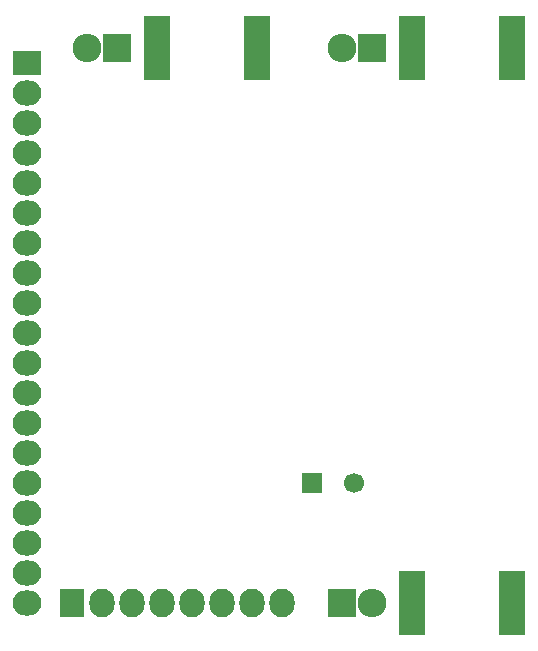
<source format=gbs>
G04 #@! TF.FileFunction,Soldermask,Bot*
%FSLAX46Y46*%
G04 Gerber Fmt 4.6, Leading zero omitted, Abs format (unit mm)*
G04 Created by KiCad (PCBNEW 4.0.4+e1-6308~48~ubuntu16.04.1-stable) date Fri Dec  2 11:08:50 2016*
%MOMM*%
%LPD*%
G01*
G04 APERTURE LIST*
%ADD10C,0.100000*%
%ADD11R,2.432000X2.432000*%
%ADD12O,2.432000X2.432000*%
%ADD13R,2.127200X2.432000*%
%ADD14O,2.127200X2.432000*%
%ADD15R,2.432000X2.127200*%
%ADD16O,2.432000X2.127200*%
%ADD17C,1.700000*%
%ADD18R,1.700000X1.700000*%
%ADD19R,2.178000X5.480000*%
G04 APERTURE END LIST*
D10*
D11*
X90170000Y-87630000D03*
D12*
X87630000Y-87630000D03*
D11*
X68580000Y-87630000D03*
D12*
X66040000Y-87630000D03*
D13*
X64770000Y-134620000D03*
D14*
X67310000Y-134620000D03*
X69850000Y-134620000D03*
X72390000Y-134620000D03*
X74930000Y-134620000D03*
X77470000Y-134620000D03*
X80010000Y-134620000D03*
X82550000Y-134620000D03*
D11*
X87630000Y-134620000D03*
D12*
X90170000Y-134620000D03*
D15*
X60960000Y-88900000D03*
D16*
X60960000Y-91440000D03*
X60960000Y-93980000D03*
X60960000Y-96520000D03*
X60960000Y-99060000D03*
X60960000Y-101600000D03*
X60960000Y-104140000D03*
X60960000Y-106680000D03*
X60960000Y-109220000D03*
X60960000Y-111760000D03*
X60960000Y-114300000D03*
X60960000Y-116840000D03*
X60960000Y-119380000D03*
X60960000Y-121920000D03*
X60960000Y-124460000D03*
X60960000Y-127000000D03*
X60960000Y-129540000D03*
X60960000Y-132080000D03*
X60960000Y-134620000D03*
D17*
X88590000Y-124460000D03*
D18*
X85090000Y-124460000D03*
D19*
X80454500Y-87630000D03*
X71945500Y-87630000D03*
X102044500Y-87630000D03*
X93535500Y-87630000D03*
X93535500Y-134620000D03*
X102044500Y-134620000D03*
M02*

</source>
